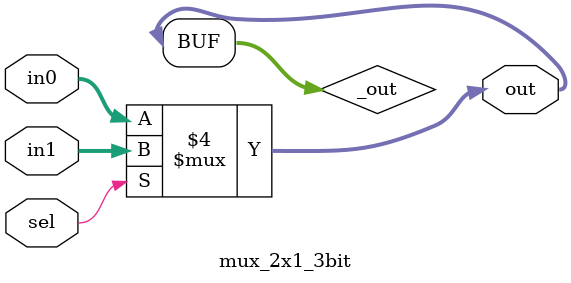
<source format=v>
module mux_2x1_3bit(
    input wire [2:0] in0,
    input wire [2:0] in1,
    input wire  sel,
    output wire [2:0] out
);
reg [2:0] _out;
always @(*) begin
    if (sel == 1'b0)
        _out = in0;
    else
        _out = in1;
end
assign out = _out;
endmodule
</source>
